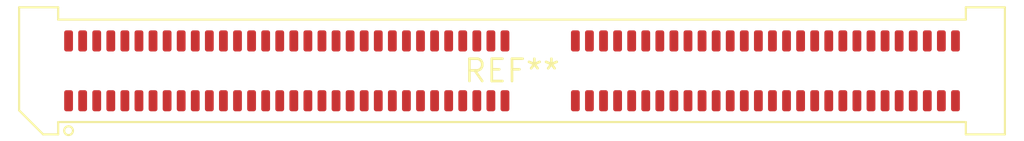
<source format=kicad_pcb>
(kicad_pcb (version 20240108) (generator pcbnew)
  (layers (0 "F.Cu" signal) (31 "B.Cu" signal) (34 "B.Paste" user) (35 "F.Paste" user) (36 "B.SilkS" user "B.Silkscreen") (37 "F.SilkS" user "F.Silkscreen") (38 "B.Mask" user) (39 "F.Mask" user) (44 "Edge.Cuts" user))
  (net 0 "")
  (footprint "Samtec_HSEC8-160-01-X-DV_2x60_P0.8mm_Pol32_Socket" (layer "F.Cu") (at 0 0)
    (property "Reference" "REF**")
    (property "Value" "Samtec_HSEC8-160-01-X-DV_2x60_P0.8mm_Pol32_Socket")
    (fp_line (start -28.01 -3.61) (end -25.79 -3.61) (layer "F.SilkS") (stroke (width 0.12)))
    (fp_line (start -28.01 2.245563) (end -28.01 -3.61) (layer "F.SilkS") (stroke (width 0.12)))
    (fp_line (start -26.645563 3.61) (end -28.01 2.245563) (layer "F.SilkS") (stroke (width 0.12)))
    (fp_line (start -25.79 -3.61) (end -25.79 -2.91) (layer "F.SilkS") (stroke (width 0.12)))
    (fp_line (start -25.79 -2.91) (end 25.79 -2.91) (layer "F.SilkS") (stroke (width 0.12)))
    (fp_line (start -25.79 2.91) (end -25.79 3.61) (layer "F.SilkS") (stroke (width 0.12)))
    (fp_line (start -25.79 3.61) (end -26.645563 3.61) (layer "F.SilkS") (stroke (width 0.12)))
    (fp_line (start 25.79 -3.61) (end 28.01 -3.61) (layer "F.SilkS") (stroke (width 0.12)))
    (fp_line (start 25.79 -2.91) (end 25.79 -3.61) (layer "F.SilkS") (stroke (width 0.12)))
    (fp_line (start 25.79 2.91) (end -25.79 2.91) (layer "F.SilkS") (stroke (width 0.12)))
    (fp_line (start 25.79 3.61) (end 25.79 2.91) (layer "F.SilkS") (stroke (width 0.12)))
    (fp_line (start 28.01 -3.61) (end 28.01 3.61) (layer "F.SilkS") (stroke (width 0.12)))
    (fp_line (start 28.01 3.61) (end 25.79 3.61) (layer "F.SilkS") (stroke (width 0.12)))
    (fp_arc (start -24.95 3.4) (mid -25.45 3.4) (end -24.95 3.4) (layer "F.SilkS") (stroke (width 0.12)))
    (pad "1" smd roundrect (at -25.2 1.7) (size 0.5 1.2) (layers "F.Cu" "F.Paste" "F.Mask"))
    (pad "2" smd roundrect (at -25.2 -1.7) (size 0.5 1.2) (layers "F.Cu" "F.Paste" "F.Mask"))
    (pad "3" smd roundrect (at -24.4 1.7) (size 0.5 1.2) (layers "F.Cu" "F.Paste" "F.Mask"))
    (pad "4" smd roundrect (at -24.4 -1.7) (size 0.5 1.2) (layers "F.Cu" "F.Paste" "F.Mask"))
    (pad "5" smd roundrect (at -23.6 1.7) (size 0.5 1.2) (layers "F.Cu" "F.Paste" "F.Mask"))
    (pad "6" smd roundrect (at -23.6 -1.7) (size 0.5 1.2) (layers "F.Cu" "F.Paste" "F.Mask"))
    (pad "7" smd roundrect (at -22.8 1.7) (size 0.5 1.2) (layers "F.Cu" "F.Paste" "F.Mask"))
    (pad "8" smd roundrect (at -22.8 -1.7) (size 0.5 1.2) (layers "F.Cu" "F.Paste" "F.Mask"))
    (pad "9" smd roundrect (at -22 1.7) (size 0.5 1.2) (layers "F.Cu" "F.Paste" "F.Mask"))
    (pad "10" smd roundrect (at -22 -1.7) (size 0.5 1.2) (layers "F.Cu" "F.Paste" "F.Mask"))
    (pad "11" smd roundrect (at -21.2 1.7) (size 0.5 1.2) (layers "F.Cu" "F.Paste" "F.Mask"))
    (pad "12" smd roundrect (at -21.2 -1.7) (size 0.5 1.2) (layers "F.Cu" "F.Paste" "F.Mask"))
    (pad "13" smd roundrect (at -20.4 1.7) (size 0.5 1.2) (layers "F.Cu" "F.Paste" "F.Mask"))
    (pad "14" smd roundrect (at -20.4 -1.7) (size 0.5 1.2) (layers "F.Cu" "F.Paste" "F.Mask"))
    (pad "15" smd roundrect (at -19.6 1.7) (size 0.5 1.2) (layers "F.Cu" "F.Paste" "F.Mask"))
    (pad "16" smd roundrect (at -19.6 -1.7) (size 0.5 1.2) (layers "F.Cu" "F.Paste" "F.Mask"))
    (pad "17" smd roundrect (at -18.8 1.7) (size 0.5 1.2) (layers "F.Cu" "F.Paste" "F.Mask"))
    (pad "18" smd roundrect (at -18.8 -1.7) (size 0.5 1.2) (layers "F.Cu" "F.Paste" "F.Mask"))
    (pad "19" smd roundrect (at -18 1.7) (size 0.5 1.2) (layers "F.Cu" "F.Paste" "F.Mask"))
    (pad "20" smd roundrect (at -18 -1.7) (size 0.5 1.2) (layers "F.Cu" "F.Paste" "F.Mask"))
    (pad "21" smd roundrect (at -17.2 1.7) (size 0.5 1.2) (layers "F.Cu" "F.Paste" "F.Mask"))
    (pad "22" smd roundrect (at -17.2 -1.7) (size 0.5 1.2) (layers "F.Cu" "F.Paste" "F.Mask"))
    (pad "23" smd roundrect (at -16.4 1.7) (size 0.5 1.2) (layers "F.Cu" "F.Paste" "F.Mask"))
    (pad "24" smd roundrect (at -16.4 -1.7) (size 0.5 1.2) (layers "F.Cu" "F.Paste" "F.Mask"))
    (pad "25" smd roundrect (at -15.6 1.7) (size 0.5 1.2) (layers "F.Cu" "F.Paste" "F.Mask"))
    (pad "26" smd roundrect (at -15.6 -1.7) (size 0.5 1.2) (layers "F.Cu" "F.Paste" "F.Mask"))
    (pad "27" smd roundrect (at -14.8 1.7) (size 0.5 1.2) (layers "F.Cu" "F.Paste" "F.Mask"))
    (pad "28" smd roundrect (at -14.8 -1.7) (size 0.5 1.2) (layers "F.Cu" "F.Paste" "F.Mask"))
    (pad "29" smd roundrect (at -14 1.7) (size 0.5 1.2) (layers "F.Cu" "F.Paste" "F.Mask"))
    (pad "30" smd roundrect (at -14 -1.7) (size 0.5 1.2) (layers "F.Cu" "F.Paste" "F.Mask"))
    (pad "31" smd roundrect (at -13.2 1.7) (size 0.5 1.2) (layers "F.Cu" "F.Paste" "F.Mask"))
    (pad "32" smd roundrect (at -13.2 -1.7) (size 0.5 1.2) (layers "F.Cu" "F.Paste" "F.Mask"))
    (pad "33" smd roundrect (at -12.4 1.7) (size 0.5 1.2) (layers "F.Cu" "F.Paste" "F.Mask"))
    (pad "34" smd roundrect (at -12.4 -1.7) (size 0.5 1.2) (layers "F.Cu" "F.Paste" "F.Mask"))
    (pad "35" smd roundrect (at -11.6 1.7) (size 0.5 1.2) (layers "F.Cu" "F.Paste" "F.Mask"))
    (pad "36" smd roundrect (at -11.6 -1.7) (size 0.5 1.2) (layers "F.Cu" "F.Paste" "F.Mask"))
    (pad "37" smd roundrect (at -10.8 1.7) (size 0.5 1.2) (layers "F.Cu" "F.Paste" "F.Mask"))
    (pad "38" smd roundrect (at -10.8 -1.7) (size 0.5 1.2) (layers "F.Cu" "F.Paste" "F.Mask"))
    (pad "39" smd roundrect (at -10 1.7) (size 0.5 1.2) (layers "F.Cu" "F.Paste" "F.Mask"))
    (pad "40" smd roundrect (at -10 -1.7) (size 0.5 1.2) (layers "F.Cu" "F.Paste" "F.Mask"))
    (pad "41" smd roundrect (at -9.2 1.7) (size 0.5 1.2) (layers "F.Cu" "F.Paste" "F.Mask"))
    (pad "42" smd roundrect (at -9.2 -1.7) (size 0.5 1.2) (layers "F.Cu" "F.Paste" "F.Mask"))
    (pad "43" smd roundrect (at -8.4 1.7) (size 0.5 1.2) (layers "F.Cu" "F.Paste" "F.Mask"))
    (pad "44" smd roundrect (at -8.4 -1.7) (size 0.5 1.2) (layers "F.Cu" "F.Paste" "F.Mask"))
    (pad "45" smd roundrect (at -7.6 1.7) (size 0.5 1.2) (layers "F.Cu" "F.Paste" "F.Mask"))
    (pad "46" smd roundrect (at -7.6 -1.7) (size 0.5 1.2) (layers "F.Cu" "F.Paste" "F.Mask"))
    (pad "47" smd roundrect (at -6.8 1.7) (size 0.5 1.2) (layers "F.Cu" "F.Paste" "F.Mask"))
    (pad "48" smd roundrect (at -6.8 -1.7) (size 0.5 1.2) (layers "F.Cu" "F.Paste" "F.Mask"))
    (pad "49" smd roundrect (at -6 1.7) (size 0.5 1.2) (layers "F.Cu" "F.Paste" "F.Mask"))
    (pad "50" smd roundrect (at -6 -1.7) (size 0.5 1.2) (layers "F.Cu" "F.Paste" "F.Mask"))
    (pad "51" smd roundrect (at -5.2 1.7) (size 0.5 1.2) (layers "F.Cu" "F.Paste" "F.Mask"))
    (pad "52" smd roundrect (at -5.2 -1.7) (size 0.5 1.2) (layers "F.Cu" "F.Paste" "F.Mask"))
    (pad "53" smd roundrect (at -4.4 1.7) (size 0.5 1.2) (layers "F.Cu" "F.Paste" "F.Mask"))
    (pad "54" smd roundrect (at -4.4 -1.7) (size 0.5 1.2) (layers "F.Cu" "F.Paste" "F.Mask"))
    (pad "55" smd roundrect (at -3.6 1.7) (size 0.5 1.2) (layers "F.Cu" "F.Paste" "F.Mask"))
    (pad "56" smd roundrect (at -3.6 -1.7) (size 0.5 1.2) (layers "F.Cu" "F.Paste" "F.Mask"))
    (pad "57" smd roundrect (at -2.8 1.7) (size 0.5 1.2) (layers "F.Cu" "F.Paste" "F.Mask"))
    (pad "58" smd roundrect (at -2.8 -1.7) (size 0.5 1.2) (layers "F.Cu" "F.Paste" "F.Mask"))
    (pad "59" smd roundrect (at -2 1.7) (size 0.5 1.2) (layers "F.Cu" "F.Paste" "F.Mask"))
    (pad "60" smd roundrect (at -2 -1.7) (size 0.5 1.2) (layers "F.Cu" "F.Paste" "F.Mask"))
    (pad "61" smd roundrect (at -1.2 1.7) (size 0.5 1.2) (layers "F.Cu" "F.Paste" "F.Mask"))
    (pad "62" smd roundrect (at -1.2 -1.7) (size 0.5 1.2) (layers "F.Cu" "F.Paste" "F.Mask"))
    (pad "63" smd roundrect (at -0.4 1.7) (size 0.5 1.2) (layers "F.Cu" "F.Paste" "F.Mask"))
    (pad "64" smd roundrect (at -0.4 -1.7) (size 0.5 1.2) (layers "F.Cu" "F.Paste" "F.Mask"))
    (pad "65" smd roundrect (at 3.6 1.7) (size 0.5 1.2) (layers "F.Cu" "F.Paste" "F.Mask"))
    (pad "66" smd roundrect (at 3.6 -1.7) (size 0.5 1.2) (layers "F.Cu" "F.Paste" "F.Mask"))
    (pad "67" smd roundrect (at 4.4 1.7) (size 0.5 1.2) (layers "F.Cu" "F.Paste" "F.Mask"))
    (pad "68" smd roundrect (at 4.4 -1.7) (size 0.5 1.2) (layers "F.Cu" "F.Paste" "F.Mask"))
    (pad "69" smd roundrect (at 5.2 1.7) (size 0.5 1.2) (layers "F.Cu" "F.Paste" "F.Mask"))
    (pad "70" smd roundrect (at 5.2 -1.7) (size 0.5 1.2) (layers "F.Cu" "F.Paste" "F.Mask"))
    (pad "71" smd roundrect (at 6 1.7) (size 0.5 1.2) (layers "F.Cu" "F.Paste" "F.Mask"))
    (pad "72" smd roundrect (at 6 -1.7) (size 0.5 1.2) (layers "F.Cu" "F.Paste" "F.Mask"))
    (pad "73" smd roundrect (at 6.8 1.7) (size 0.5 1.2) (layers "F.Cu" "F.Paste" "F.Mask"))
    (pad "74" smd roundrect (at 6.8 -1.7) (size 0.5 1.2) (layers "F.Cu" "F.Paste" "F.Mask"))
    (pad "75" smd roundrect (at 7.6 1.7) (size 0.5 1.2) (layers "F.Cu" "F.Paste" "F.Mask"))
    (pad "76" smd roundrect (at 7.6 -1.7) (size 0.5 1.2) (layers "F.Cu" "F.Paste" "F.Mask"))
    (pad "77" smd roundrect (at 8.4 1.7) (size 0.5 1.2) (layers "F.Cu" "F.Paste" "F.Mask"))
    (pad "78" smd roundrect (at 8.4 -1.7) (size 0.5 1.2) (layers "F.Cu" "F.Paste" "F.Mask"))
    (pad "79" smd roundrect (at 9.2 1.7) (size 0.5 1.2) (layers "F.Cu" "F.Paste" "F.Mask"))
    (pad "80" smd roundrect (at 9.2 -1.7) (size 0.5 1.2) (layers "F.Cu" "F.Paste" "F.Mask"))
    (pad "81" smd roundrect (at 10 1.7) (size 0.5 1.2) (layers "F.Cu" "F.Paste" "F.Mask"))
    (pad "82" smd roundrect (at 10 -1.7) (size 0.5 1.2) (layers "F.Cu" "F.Paste" "F.Mask"))
    (pad "83" smd roundrect (at 10.8 1.7) (size 0.5 1.2) (layers "F.Cu" "F.Paste" "F.Mask"))
    (pad "84" smd roundrect (at 10.8 -1.7) (size 0.5 1.2) (layers "F.Cu" "F.Paste" "F.Mask"))
    (pad "85" smd roundrect (at 11.6 1.7) (size 0.5 1.2) (layers "F.Cu" "F.Paste" "F.Mask"))
    (pad "86" smd roundrect (at 11.6 -1.7) (size 0.5 1.2) (layers "F.Cu" "F.Paste" "F.Mask"))
    (pad "87" smd roundrect (at 12.4 1.7) (size 0.5 1.2) (layers "F.Cu" "F.Paste" "F.Mask"))
    (pad "88" smd roundrect (at 12.4 -1.7) (size 0.5 1.2) (layers "F.Cu" "F.Paste" "F.Mask"))
    (pad "89" smd roundrect (at 13.2 1.7) (size 0.5 1.2) (layers "F.Cu" "F.Paste" "F.Mask"))
    (pad "90" smd roundrect (at 13.2 -1.7) (size 0.5 1.2) (layers "F.Cu" "F.Paste" "F.Mask"))
    (pad "91" smd roundrect (at 14 1.7) (size 0.5 1.2) (layers "F.Cu" "F.Paste" "F.Mask"))
    (pad "92" smd roundrect (at 14 -1.7) (size 0.5 1.2) (layers "F.Cu" "F.Paste" "F.Mask"))
    (pad "93" smd roundrect (at 14.8 1.7) (size 0.5 1.2) (layers "F.Cu" "F.Paste" "F.Mask"))
    (pad "94" smd roundrect (at 14.8 -1.7) (size 0.5 1.2) (layers "F.Cu" "F.Paste" "F.Mask"))
    (pad "95" smd roundrect (at 15.6 1.7) (size 0.5 1.2) (layers "F.Cu" "F.Paste" "F.Mask"))
    (pad "96" smd roundrect (at 15.6 -1.7) (size 0.5 1.2) (layers "F.Cu" "F.Paste" "F.Mask"))
    (pad "97" smd roundrect (at 16.4 1.7) (size 0.5 1.2) (layers "F.Cu" "F.Paste" "F.Mask"))
    (pad "98" smd roundrect (at 16.4 -1.7) (size 0.5 1.2) (layers "F.Cu" "F.Paste" "F.Mask"))
    (pad "99" smd roundrect (at 17.2 1.7) (size 0.5 1.2) (layers "F.Cu" "F.Paste" "F.Mask"))
    (pad "100" smd roundrect (at 17.2 -1.7) (size 0.5 1.2) (layers "F.Cu" "F.Paste" "F.Mask"))
    (pad "101" smd roundrect (at 18 1.7) (size 0.5 1.2) (layers "F.Cu" "F.Paste" "F.Mask"))
    (pad "102" smd roundrect (at 18 -1.7) (size 0.5 1.2) (layers "F.Cu" "F.Paste" "F.Mask"))
    (pad "103" smd roundrect (at 18.8 1.7) (size 0.5 1.2) (layers "F.Cu" "F.Paste" "F.Mask"))
    (pad "104" smd roundrect (at 18.8 -1.7) (size 0.5 1.2) (layers "F.Cu" "F.Paste" "F.Mask"))
    (pad "105" smd roundrect (at 19.6 1.7) (size 0.5 1.2) (layers "F.Cu" "F.Paste" "F.Mask"))
    (pad "106" smd roundrect (at 19.6 -1.7) (size 0.5 1.2) (layers "F.Cu" "F.Paste" "F.Mask"))
    (pad "107" smd roundrect (at 20.4 1.7) (size 0.5 1.2) (layers "F.Cu" "F.Paste" "F.Mask"))
    (pad "108" smd roundrect (at 20.4 -1.7) (size 0.5 1.2) (layers "F.Cu" "F.Paste" "F.Mask"))
    (pad "109" smd roundrect (at 21.2 1.7) (size 0.5 1.2) (layers "F.Cu" "F.Paste" "F.Mask"))
    (pad "110" smd roundrect (at 21.2 -1.7) (size 0.5 1.2) (layers "F.Cu" "F.Paste" "F.Mask"))
    (pad "111" smd roundrect (at 22 1.7) (size 0.5 1.2) (layers "F.Cu" "F.Paste" "F.Mask"))
    (pad "112" smd roundrect (at 22 -1.7) (size 0.5 1.2) (layers "F.Cu" "F.Paste" "F.Mask"))
    (pad "113" smd roundrect (at 22.8 1.7) (size 0.5 1.2) (layers "F.Cu" "F.Paste" "F.Mask"))
    (pad "114" smd roundrect (at 22.8 -1.7) (size 0.5 1.2) (layers "F.Cu" "F.Paste" "F.Mask"))
    (pad "115" smd roundrect (at 23.6 1.7) (size 0.5 1.2) (layers "F.Cu" "F.Paste" "F.Mask"))
    (pad "116" smd roundrect (at 23.6 -1.7) (size 0.5 1.2) (layers "F.Cu" "F.Paste" "F.Mask"))
    (pad "117" smd roundrect (at 24.4 1.7) (size 0.5 1.2) (layers "F.Cu" "F.Paste" "F.Mask"))
    (pad "118" smd roundrect (at 24.4 -1.7) (size 0.5 1.2) (layers "F.Cu" "F.Paste" "F.Mask"))
    (pad "119" smd roundrect (at 25.2 1.7) (size 0.5 1.2) (layers "F.Cu" "F.Paste" "F.Mask"))
    (pad "120" smd roundrect (at 25.2 -1.7) (size 0.5 1.2) (layers "F.Cu" "F.Paste" "F.Mask"))
  )
)
</source>
